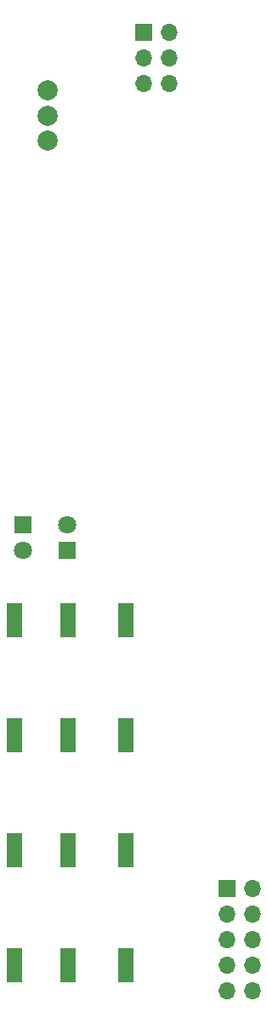
<source format=gbr>
G04 #@! TF.GenerationSoftware,KiCad,Pcbnew,(5.1.10)-1*
G04 #@! TF.CreationDate,2022-10-23T13:04:41+02:00*
G04 #@! TF.ProjectId,LFO Main,4c464f20-4d61-4696-9e2e-6b696361645f,rev?*
G04 #@! TF.SameCoordinates,Original*
G04 #@! TF.FileFunction,Soldermask,Bot*
G04 #@! TF.FilePolarity,Negative*
%FSLAX46Y46*%
G04 Gerber Fmt 4.6, Leading zero omitted, Abs format (unit mm)*
G04 Created by KiCad (PCBNEW (5.1.10)-1) date 2022-10-23 13:04:41*
%MOMM*%
%LPD*%
G01*
G04 APERTURE LIST*
%ADD10O,1.700000X1.700000*%
%ADD11R,1.700000X1.700000*%
%ADD12R,1.600000X3.500000*%
%ADD13C,2.000000*%
%ADD14C,1.800000*%
%ADD15R,1.800000X1.800000*%
G04 APERTURE END LIST*
D10*
G04 #@! TO.C,J6*
X17145000Y-8890000D03*
X14605000Y-8890000D03*
X17145000Y-6350000D03*
X14605000Y-6350000D03*
X17145000Y-3810000D03*
D11*
X14605000Y-3810000D03*
G04 #@! TD*
D12*
G04 #@! TO.C,J4*
X12800000Y-62230000D03*
X7000000Y-62230000D03*
X1700000Y-62230000D03*
G04 #@! TD*
G04 #@! TO.C,J3*
X12800000Y-73660000D03*
X7000000Y-73660000D03*
X1700000Y-73660000D03*
G04 #@! TD*
G04 #@! TO.C,J2*
X12800000Y-85090000D03*
X7000000Y-85090000D03*
X1700000Y-85090000D03*
G04 #@! TD*
G04 #@! TO.C,J1*
X12800000Y-96520000D03*
X7000000Y-96520000D03*
X1700000Y-96520000D03*
G04 #@! TD*
D10*
G04 #@! TO.C,J5*
X25400000Y-99060000D03*
X22860000Y-99060000D03*
X25400000Y-96520000D03*
X22860000Y-96520000D03*
X25400000Y-93980000D03*
X22860000Y-93980000D03*
X25400000Y-91440000D03*
X22860000Y-91440000D03*
X25400000Y-88900000D03*
D11*
X22860000Y-88900000D03*
G04 #@! TD*
D13*
G04 #@! TO.C,RV1*
X5000000Y-14565000D03*
X5000000Y-12065000D03*
X5000000Y-9565000D03*
G04 #@! TD*
D14*
G04 #@! TO.C,D2*
X2540000Y-55245000D03*
D15*
X2540000Y-52705000D03*
G04 #@! TD*
D14*
G04 #@! TO.C,D1*
X6985000Y-52705000D03*
D15*
X6985000Y-55245000D03*
G04 #@! TD*
M02*

</source>
